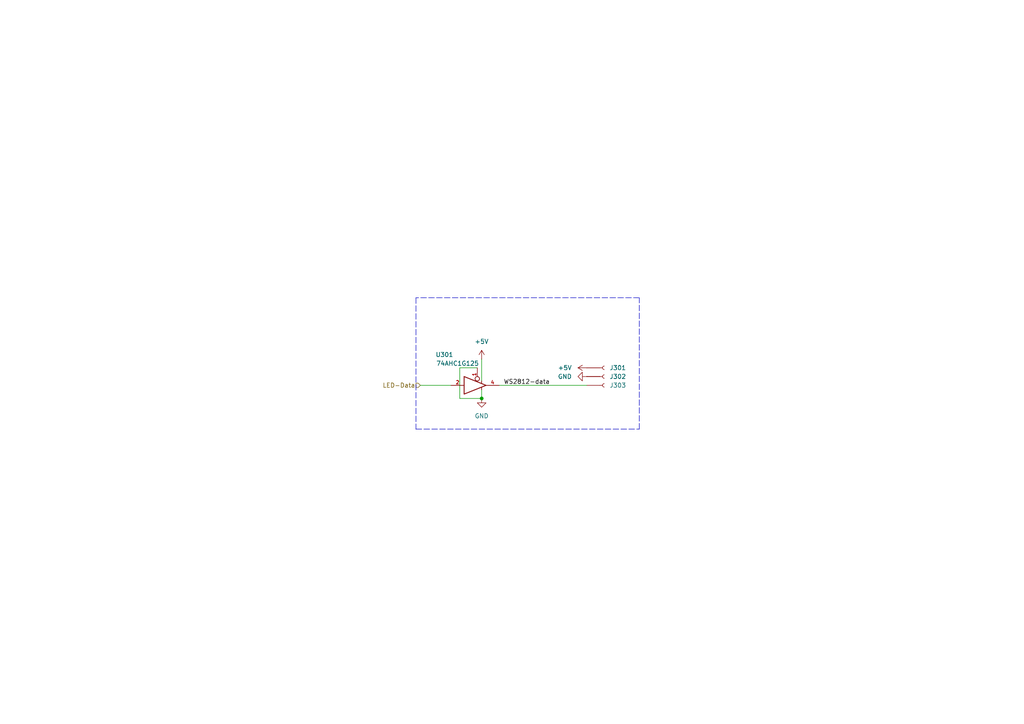
<source format=kicad_sch>
(kicad_sch (version 20231120) (generator "eeschema") (generator_version "8.0")
  (paper "A4")
  (title_block (title "LED Strip") (date "2023-08-08") (company "Versio Duo"))
  (lib_symbols
    (symbol "V2_74xGxx:74AHC1G125" (pin_names (offset 1.016))
      (property "Reference" "U" (at -8.89 -3.81 0))
      (property "Value" "74AHC1G125" (at -3.81 -6.35 0))
      (symbol "74AHC1G125_0_1"
        (polyline (pts (xy -3.81 2.54) (xy -3.81 -2.54) (xy 2.54 0) (xy -3.81 2.54)) (stroke (width 0.254)))
      )
      (symbol "74AHC1G125_1_1"
        (pin input inverted (at 0 5.08 270) (length 3.81) (name "") (number "1"))
        (pin input line (at -7.62 0 0) (length 3.81) (name "") (number "2"))
        (pin power_in line (at 1.27 -1.27 90) (length 0.635) (name "") (number "3"))
        (pin tri_state line (at 6.35 0 180) (length 3.81) (name "") (number "4"))
        (pin power_in line (at 1.27 1.27 270) (length 0.635) (name "") (number "5"))
      )
    )
    (symbol "V2_Connector_WAGO:2065" (pin_numbers hide) (pin_names (offset 1.016) hide)
      (property "Reference" "J" (at -5.08 6.35 0))
      (symbol "2065_1_1"
        (polyline (pts (xy -1.27 0) (xy -0.508 0)) (stroke (width 0.1524)))
        (arc (start 0 0.508) (mid -0.5058 0) (end 0 -0.508) (stroke (width 0.1524)))
        (pin passive line (at -5.08 0 0) (length 3.81) (name "") (number "1"))
      )
    )
    (symbol "power:+5V" (power) (pin_numbers hide) (pin_names (offset 0) hide)
      (property "Value" "+5V" (at 0 3.556 0))
      (symbol "+5V_0_1"
        (polyline (pts (xy -0.762 1.27) (xy 0 2.54)))
        (polyline (pts (xy 0 0) (xy 0 2.54)))
        (polyline (pts (xy 0 2.54) (xy 0.762 1.27)))
      )
      (symbol "+5V_1_1"
        (pin power_in line (at 0 0 90) (length 0) (name "~") (number "1"))
      )
    )
    (symbol "power:GND" (power) (pin_numbers hide) (pin_names (offset 0) hide)
      (property "Value" "GND" (at 0 -3.81 0))
      (symbol "GND_0_1"
        (polyline (pts (xy 0 0) (xy 0 -1.27) (xy 1.27 -1.27) (xy 0 -2.54) (xy -1.27 -1.27) (xy 0 -1.27)))
      )
      (symbol "GND_1_1"
        (pin power_in line (at 0 0 270) (length 0) (name "~") (number "1"))
      )
    )
  )
  (junction (at 139.7 115.57))
  (polyline (pts (xy 185.42 86.36) (xy 120.65 86.36)) (stroke (width 0) (type dash)))
  (wire (pts (xy 121.92 111.76) (xy 130.81 111.76)))
  (wire (pts (xy 139.7 104.14) (xy 139.7 110.49)))
  (polyline (pts (xy 185.42 124.46) (xy 185.42 86.36)) (stroke (width 0) (type dash)))
  (wire (pts (xy 133.35 106.68) (xy 133.35 115.57)))
  (wire (pts (xy 144.78 111.76) (xy 170.18 111.76)))
  (wire (pts (xy 133.35 115.57) (xy 139.7 115.57)))
  (polyline (pts (xy 120.65 86.36) (xy 120.65 124.46)) (stroke (width 0) (type dash)))
  (wire (pts (xy 139.7 113.03) (xy 139.7 115.57)))
  (polyline (pts (xy 120.65 124.46) (xy 185.42 124.46)) (stroke (width 0) (type dash)))
  (wire (pts (xy 138.43 106.68) (xy 133.35 106.68)))
  (label "WS2812-data" (at 146.05 111.76 0))
  (hierarchical_label "LED-Data" (shape input) (at 121.92 111.76 180))
  (symbol (lib_id "power:GND") (at 170.18 109.22 270) (unit 1)
    (property "Reference" "#PWR0304" (effects (hide yes)))
    (property "Value" "GND" (at 163.83 109.22 90))
  )
  (symbol (lib_id "V2_Connector_WAGO:2065") (at 175.26 109.22 0) (unit 1)
    (property "Reference" "J302" (at 181.61 109.22 0) (effects (justify right)))
    (property "Value" "WAGO-2065" (effects (hide yes)))
    (property "Footprint" "V2_Connector_WAGO:2065-100" (effects (hide yes)))
    (property "Sim.Enable" "0" (effects (hide yes)))
  )
  (symbol (lib_id "power:+5V") (at 139.7 104.14 0) (unit 1)
    (property "Reference" "#PWR0301" (effects (hide yes)))
    (property "Value" "+5V" (at 139.7 99.06 0))
  )
  (symbol (lib_id "power:+5V") (at 170.18 106.68 90) (unit 1)
    (property "Reference" "#PWR0303" (effects (hide yes)))
    (property "Value" "+5V" (at 163.83 106.68 90))
  )
  (symbol (lib_id "power:GND") (at 139.7 115.57 0) (unit 1)
    (property "Reference" "#PWR0302" (effects (hide yes)))
    (property "Value" "GND" (at 139.7 120.65 0))
  )
  (symbol (lib_id "V2_Connector_WAGO:2065") (at 175.26 111.76 0) (unit 1)
    (property "Reference" "J303" (at 181.6101 111.76 0) (effects (justify right)))
    (property "Value" "WAGO-2065" (effects (hide yes)))
    (property "Footprint" "V2_Connector_WAGO:2065-100" (effects (hide yes)))
    (property "Sim.Enable" "0" (effects (hide yes)))
  )
  (symbol (lib_id "V2_74xGxx:74AHC1G125") (at 138.43 111.76 0) (unit 1)
    (property "Reference" "U301" (at 128.905 102.87 0))
    (property "Value" "74AHC1G125" (at 132.715 105.41 0))
    (property "Footprint" "Package_TO_SOT_SMD:SOT-23-5" (effects (hide yes)))
    (property "Datasheet" "http://www.ti.com/lit/sg/scyt129e/scyt129e.pdf" (effects (hide yes)))
  )
  (symbol (lib_id "V2_Connector_WAGO:2065") (at 175.26 106.68 0) (unit 1)
    (property "Reference" "J301" (at 181.6101 106.68 0) (effects (justify right)))
    (property "Value" "WAGO-2065" (effects (hide yes)))
    (property "Footprint" "V2_Connector_WAGO:2065-100" (effects (hide yes)))
    (property "Sim.Enable" "0" (effects (hide yes)))
  )
)
</source>
